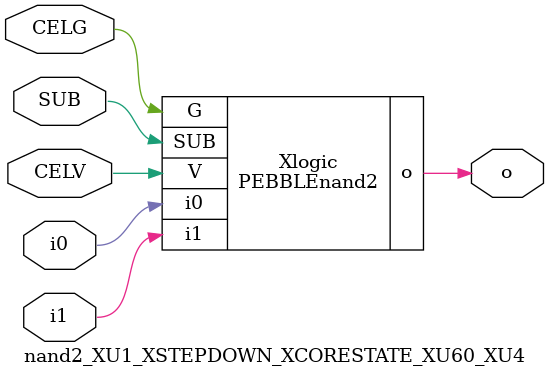
<source format=v>



module PEBBLEnand2 ( o, G, SUB, V, i0, i1 );

  input i0;
  input V;
  input i1;
  input G;
  output o;
  input SUB;
endmodule

//Celera Confidential Do Not Copy nand2_XU1_XSTEPDOWN_XCORESTATE_XU60_XU4
//Celera Confidential Symbol Generator
//5V NAND2
module nand2_XU1_XSTEPDOWN_XCORESTATE_XU60_XU4 (CELV,CELG,i0,i1,o,SUB);
input CELV;
input CELG;
input i0;
input i1;
input SUB;
output o;

//Celera Confidential Do Not Copy nand2
PEBBLEnand2 Xlogic(
.V (CELV),
.i0 (i0),
.i1 (i1),
.o (o),
.SUB (SUB),
.G (CELG)
);
//,diesize,PEBBLEnand2

//Celera Confidential Do Not Copy Module End
//Celera Schematic Generator
endmodule

</source>
